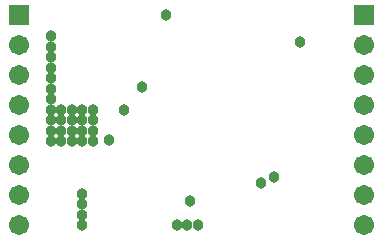
<source format=gbs>
%FSTAX23Y23*%
%MOIN*%
%SFA1B1*%

%IPPOS*%
%ADD60R,0.067060X0.067060*%
%ADD61C,0.067060*%
%ADD62C,0.038000*%
%LNboost-shield-v2-1*%
%LPD*%
G54D60*
X012Y0075D03*
X0005D03*
G54D61*
X012Y0065D03*
Y0055D03*
Y0045D03*
Y0035D03*
Y0025D03*
Y0015D03*
Y0005D03*
X0005D03*
Y0015D03*
Y0025D03*
Y0035D03*
Y0045D03*
Y0055D03*
Y0065D03*
G54D62*
X00985Y0066D03*
X0035Y00335D03*
X009Y0021D03*
X004Y00435D03*
X00575Y0005D03*
X00645D03*
X00225Y00435D03*
X00855Y0019D03*
X00225Y00365D03*
X00155Y00645D03*
Y00575D03*
Y0068D03*
X00295Y0033D03*
Y004D03*
X0019Y00435D03*
X0026Y00155D03*
X0019Y004D03*
X00155Y0033D03*
Y004D03*
X0026D03*
Y00085D03*
X00155Y00365D03*
X0019D03*
X0026Y00435D03*
X00155Y00505D03*
X00225Y004D03*
X00155Y0047D03*
Y0061D03*
X00225Y0033D03*
X00295Y00435D03*
X00155D03*
X0061Y0005D03*
X0026D03*
Y0012D03*
Y0033D03*
Y00365D03*
X00295D03*
X0019Y0033D03*
X0054Y0075D03*
X00155Y0054D03*
X0046Y00511D03*
X0062Y0013D03*
M02*
</source>
